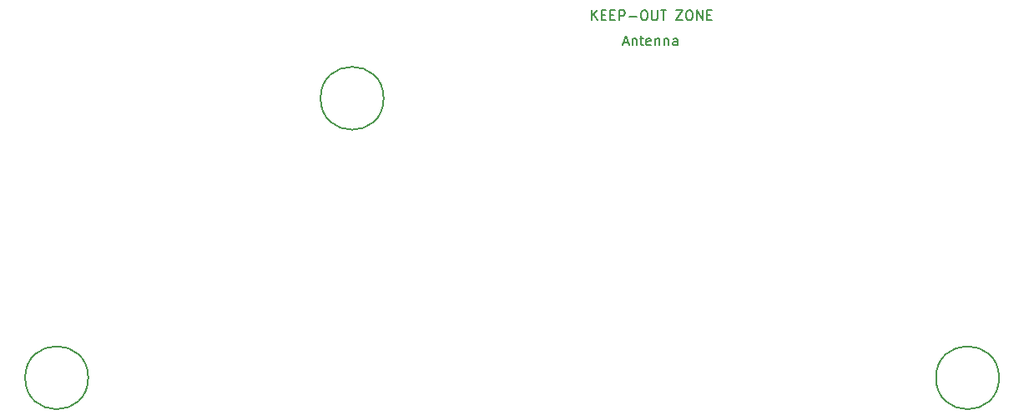
<source format=gbr>
%TF.GenerationSoftware,KiCad,Pcbnew,(6.0.8)*%
%TF.CreationDate,2022-10-05T23:25:23+02:00*%
%TF.ProjectId,DMX_ControllerBoard,444d585f-436f-46e7-9472-6f6c6c657242,rev?*%
%TF.SameCoordinates,Original*%
%TF.FileFunction,Other,Comment*%
%FSLAX46Y46*%
G04 Gerber Fmt 4.6, Leading zero omitted, Abs format (unit mm)*
G04 Created by KiCad (PCBNEW (6.0.8)) date 2022-10-05 23:25:23*
%MOMM*%
%LPD*%
G01*
G04 APERTURE LIST*
%ADD10C,0.150000*%
G04 APERTURE END LIST*
D10*
%TO.C,U8*%
X78096071Y-15794380D02*
X78096071Y-14794380D01*
X78667500Y-15794380D02*
X78238928Y-15222952D01*
X78667500Y-14794380D02*
X78096071Y-15365809D01*
X79096071Y-15270571D02*
X79429404Y-15270571D01*
X79572261Y-15794380D02*
X79096071Y-15794380D01*
X79096071Y-14794380D01*
X79572261Y-14794380D01*
X80000833Y-15270571D02*
X80334166Y-15270571D01*
X80477023Y-15794380D02*
X80000833Y-15794380D01*
X80000833Y-14794380D01*
X80477023Y-14794380D01*
X80905595Y-15794380D02*
X80905595Y-14794380D01*
X81286547Y-14794380D01*
X81381785Y-14842000D01*
X81429404Y-14889619D01*
X81477023Y-14984857D01*
X81477023Y-15127714D01*
X81429404Y-15222952D01*
X81381785Y-15270571D01*
X81286547Y-15318190D01*
X80905595Y-15318190D01*
X81905595Y-15413428D02*
X82667500Y-15413428D01*
X83334166Y-14794380D02*
X83524642Y-14794380D01*
X83619880Y-14842000D01*
X83715119Y-14937238D01*
X83762738Y-15127714D01*
X83762738Y-15461047D01*
X83715119Y-15651523D01*
X83619880Y-15746761D01*
X83524642Y-15794380D01*
X83334166Y-15794380D01*
X83238928Y-15746761D01*
X83143690Y-15651523D01*
X83096071Y-15461047D01*
X83096071Y-15127714D01*
X83143690Y-14937238D01*
X83238928Y-14842000D01*
X83334166Y-14794380D01*
X84191309Y-14794380D02*
X84191309Y-15603904D01*
X84238928Y-15699142D01*
X84286547Y-15746761D01*
X84381785Y-15794380D01*
X84572261Y-15794380D01*
X84667500Y-15746761D01*
X84715119Y-15699142D01*
X84762738Y-15603904D01*
X84762738Y-14794380D01*
X85096071Y-14794380D02*
X85667500Y-14794380D01*
X85381785Y-15794380D02*
X85381785Y-14794380D01*
X86667500Y-14794380D02*
X87334166Y-14794380D01*
X86667500Y-15794380D01*
X87334166Y-15794380D01*
X87905595Y-14794380D02*
X88096071Y-14794380D01*
X88191309Y-14842000D01*
X88286547Y-14937238D01*
X88334166Y-15127714D01*
X88334166Y-15461047D01*
X88286547Y-15651523D01*
X88191309Y-15746761D01*
X88096071Y-15794380D01*
X87905595Y-15794380D01*
X87810357Y-15746761D01*
X87715119Y-15651523D01*
X87667500Y-15461047D01*
X87667500Y-15127714D01*
X87715119Y-14937238D01*
X87810357Y-14842000D01*
X87905595Y-14794380D01*
X88762738Y-15794380D02*
X88762738Y-14794380D01*
X89334166Y-15794380D01*
X89334166Y-14794380D01*
X89810357Y-15270571D02*
X90143690Y-15270571D01*
X90286547Y-15794380D02*
X89810357Y-15794380D01*
X89810357Y-14794380D01*
X90286547Y-14794380D01*
X81315595Y-18058666D02*
X81791785Y-18058666D01*
X81220357Y-18344380D02*
X81553690Y-17344380D01*
X81887023Y-18344380D01*
X82220357Y-17677714D02*
X82220357Y-18344380D01*
X82220357Y-17772952D02*
X82267976Y-17725333D01*
X82363214Y-17677714D01*
X82506071Y-17677714D01*
X82601309Y-17725333D01*
X82648928Y-17820571D01*
X82648928Y-18344380D01*
X82982261Y-17677714D02*
X83363214Y-17677714D01*
X83125119Y-17344380D02*
X83125119Y-18201523D01*
X83172738Y-18296761D01*
X83267976Y-18344380D01*
X83363214Y-18344380D01*
X84077500Y-18296761D02*
X83982261Y-18344380D01*
X83791785Y-18344380D01*
X83696547Y-18296761D01*
X83648928Y-18201523D01*
X83648928Y-17820571D01*
X83696547Y-17725333D01*
X83791785Y-17677714D01*
X83982261Y-17677714D01*
X84077500Y-17725333D01*
X84125119Y-17820571D01*
X84125119Y-17915809D01*
X83648928Y-18011047D01*
X84553690Y-17677714D02*
X84553690Y-18344380D01*
X84553690Y-17772952D02*
X84601309Y-17725333D01*
X84696547Y-17677714D01*
X84839404Y-17677714D01*
X84934642Y-17725333D01*
X84982261Y-17820571D01*
X84982261Y-18344380D01*
X85458452Y-17677714D02*
X85458452Y-18344380D01*
X85458452Y-17772952D02*
X85506071Y-17725333D01*
X85601309Y-17677714D01*
X85744166Y-17677714D01*
X85839404Y-17725333D01*
X85887023Y-17820571D01*
X85887023Y-18344380D01*
X86791785Y-18344380D02*
X86791785Y-17820571D01*
X86744166Y-17725333D01*
X86648928Y-17677714D01*
X86458452Y-17677714D01*
X86363214Y-17725333D01*
X86791785Y-18296761D02*
X86696547Y-18344380D01*
X86458452Y-18344380D01*
X86363214Y-18296761D01*
X86315595Y-18201523D01*
X86315595Y-18106285D01*
X86363214Y-18011047D01*
X86458452Y-17963428D01*
X86696547Y-17963428D01*
X86791785Y-17915809D01*
%TO.C,H1*%
X56997200Y-23723600D02*
G75*
G03*
X56997200Y-23723600I-3200000J0D01*
G01*
%TO.C,H2*%
X27025200Y-52120800D02*
G75*
G03*
X27025200Y-52120800I-3200000J0D01*
G01*
%TO.C,H3*%
X119430400Y-52120800D02*
G75*
G03*
X119430400Y-52120800I-3200000J0D01*
G01*
%TD*%
M02*

</source>
